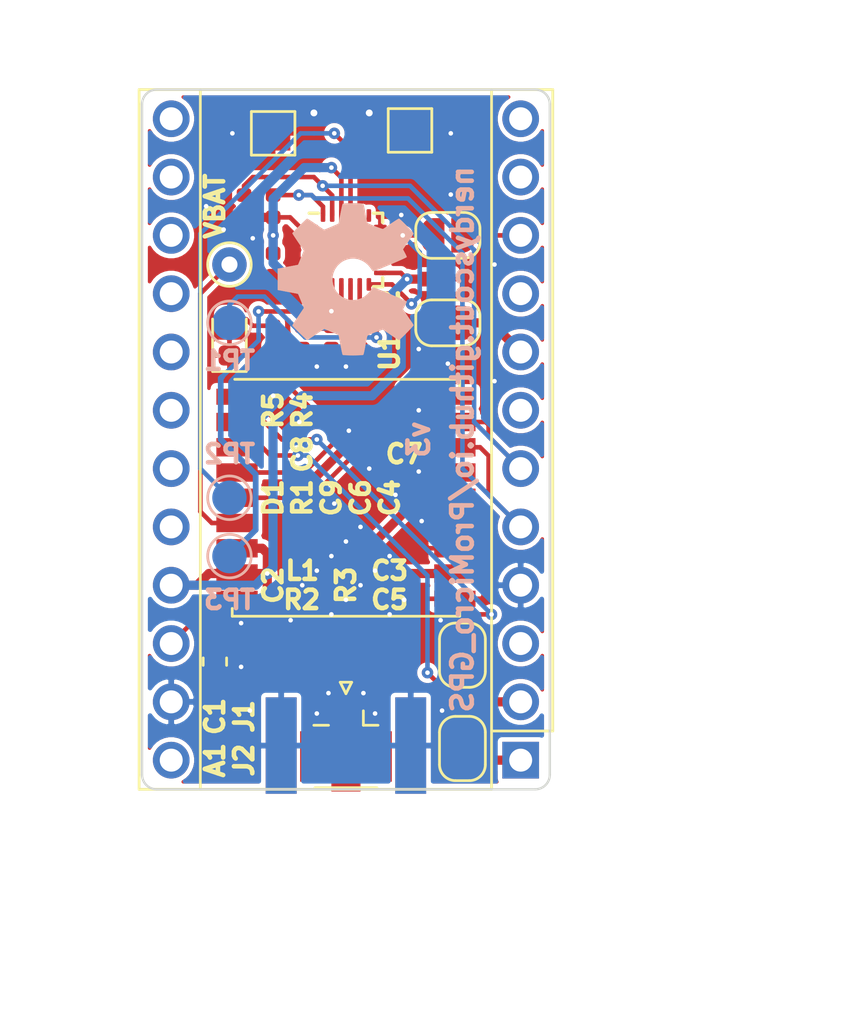
<source format=kicad_pcb>
(kicad_pcb (version 20171130) (host pcbnew 5.1.5)
  (title_block (title ProMicro_GPS) (date 2020-08-14) (rev v3.1) (company https://twitter.com/nerdyscout84) (comment 1 "CERN Open Hardware Licence v1.2"))
  (layers (0 F.Cu mixed) (31 B.Cu mixed) (34 B.Paste user) (35 F.Paste user) (36 B.SilkS user hide) (37 F.SilkS user hide) (38 B.Mask user) (39 F.Mask user) (44 Edge.Cuts user))
  (net 0 "")
  (net 1 GND)
  (net 2 +3V3)
  (net 3 "Net-(C3-Pad1)")
  (net 4 "Net-(L1-Pad1)")
  (net 5 "Net-(R2-Pad2)")
  (net 6 Reset)
  (net 7 "Net-(D1-Pad2)")
  (net 8 D7)
  (net 9 D5)
  (net 10 D3)
  (net 11 D2)
  (net 12 D0)
  (net 13 D1)
  (net 14 "Net-(C4-Pad1)")
  (net 15 "Net-(C5-Pad1)")
  (net 16 "Net-(R1-Pad2)")
  (net 17 "Net-(TP1-Pad1)")
  (net 18 "Net-(TP2-Pad1)")
  (net 19 "Net-(TP3-Pad1)")
  (net 20 "Net-(JP3-Pad2)")
  (net 21 "Net-(JP4-Pad1)")
  (net 22 "Net-(TP6-Pad1)")
  (net 23 "Net-(JP1-Pad1)")
  (net 24 "Net-(JP2-Pad1)")
  (module Symbol:OSHW-Symbol_6.7x6mm_SilkScreen (layer B.Cu) (at 144.78 80.645 270)
    (fp_text reference LOGO1 hide)
    (fp_text value Logo_Open_Hardware_Small hide)
  )
  (module Module:Sparkfun_Pro_Micro (layer F.Cu) (at 152.4 101.6 180)
    (fp_text reference A1 (at 13.335 0 90) (layer F.SilkS) (effects (font (size 0.8 0.8) (thickness 0.2))))
    (fp_text value Sparkfun_Pro_Micro_3V3 hide)
    (pad 24 thru_hole oval (at 15.24 0 180) (size 1.6 1.6) (drill 1) (layers *.Cu *.Mask))
    (pad 23 thru_hole oval (at 15.24 2.54 180) (size 1.6 1.6) (drill 1) (layers *.Cu *.Mask) (net 1 GND))
    (pad 22 thru_hole oval (at 15.24 5.08 180) (size 1.6 1.6) (drill 1) (layers *.Cu *.Mask) (net 6 Reset))
    (pad 12 thru_hole oval (at 0 27.94 180) (size 1.6 1.6) (drill 1) (layers *.Cu *.Mask))
    (pad 21 thru_hole oval (at 15.24 7.62 180) (size 1.6 1.6) (drill 1) (layers *.Cu *.Mask) (net 2 +3V3))
    (pad 11 thru_hole oval (at 0 25.4 180) (size 1.6 1.6) (drill 1) (layers *.Cu *.Mask))
    (pad 20 thru_hole oval (at 15.24 10.16 180) (size 1.6 1.6) (drill 1) (layers *.Cu *.Mask))
    (pad 10 thru_hole oval (at 0 22.86 180) (size 1.6 1.6) (drill 1) (layers *.Cu *.Mask) (net 8 D7))
    (pad 19 thru_hole oval (at 15.24 12.7 180) (size 1.6 1.6) (drill 1) (layers *.Cu *.Mask))
    (pad 9 thru_hole oval (at 0 20.32 180) (size 1.6 1.6) (drill 1) (layers *.Cu *.Mask))
    (pad 18 thru_hole oval (at 15.24 15.24 180) (size 1.6 1.6) (drill 1) (layers *.Cu *.Mask))
    (pad 8 thru_hole oval (at 0 17.78 180) (size 1.6 1.6) (drill 1) (layers *.Cu *.Mask) (net 9 D5))
    (pad 17 thru_hole oval (at 15.24 17.78 180) (size 1.6 1.6) (drill 1) (layers *.Cu *.Mask))
    (pad 7 thru_hole oval (at 0 15.24 180) (size 1.6 1.6) (drill 1) (layers *.Cu *.Mask))
    (pad 16 thru_hole oval (at 15.24 20.32 180) (size 1.6 1.6) (drill 1) (layers *.Cu *.Mask))
    (pad 6 thru_hole oval (at 0 12.7 180) (size 1.6 1.6) (drill 1) (layers *.Cu *.Mask) (net 10 D3))
    (pad 15 thru_hole oval (at 15.24 22.86 180) (size 1.6 1.6) (drill 1) (layers *.Cu *.Mask))
    (pad 5 thru_hole oval (at 0 10.16 180) (size 1.6 1.6) (drill 1) (layers *.Cu *.Mask) (net 11 D2))
    (pad 14 thru_hole oval (at 15.24 25.4 180) (size 1.6 1.6) (drill 1) (layers *.Cu *.Mask))
    (pad 4 thru_hole oval (at 0 7.62 180) (size 1.6 1.6) (drill 1) (layers *.Cu *.Mask) (net 1 GND))
    (pad 13 thru_hole oval (at 15.24 27.94 180) (size 1.6 1.6) (drill 1) (layers *.Cu *.Mask))
    (pad 3 thru_hole oval (at 0 5.08 180) (size 1.6 1.6) (drill 1) (layers *.Cu *.Mask))
    (pad 2 thru_hole oval (at 0 2.54 180) (size 1.6 1.6) (drill 1) (layers *.Cu *.Mask) (net 12 D0))
    (pad 1 thru_hole rect (at 0 0 180) (size 1.6 1.6) (drill 1) (layers *.Cu *.Mask) (net 13 D1))
  )
  (module Capacitor_SMD:C_0402_1005Metric (layer F.Cu) (at 142.875 83.185 270)
    (fp_text reference C9 (at 6.985 -1.27 270) (layer F.SilkS) (effects (font (size 0.8 0.8) (thickness 0.2))))
    (fp_text value 100n hide)
    (pad 2 smd roundrect (at 0.485 0 270) (size 0.59 0.64) (layers F.Cu F.Paste F.Mask) (net 1 GND))
    (pad 1 smd roundrect (at -0.485 0 270) (size 0.59 0.64) (layers F.Cu F.Paste F.Mask) (net 2 +3V3))
  )
  (module TestPoint:TestPoint_Pad_D1.5mm (layer B.Cu) (at 139.7 92.71)
    (fp_text reference TP3 (at 0 1.905 180) (layer B.SilkS) (effects (font (size 0.8 0.8) (thickness 0.2)) (justify mirror)))
    (fp_text value AUX_SCL)
    (pad 1 smd circle (at 0 0) (size 1.5 1.5) (layers B.Cu B.Mask) (net 19 "Net-(TP3-Pad1)"))
  )
  (module TestPoint:TestPoint_Pad_D1.5mm (layer B.Cu) (at 139.7 90.17)
    (fp_text reference TP2 (at 0 -1.905 180) (layer B.SilkS) (effects (font (size 0.8 0.8) (thickness 0.2)) (justify mirror)))
    (fp_text value AUX_SDA)
    (pad 1 smd circle (at 0 0) (size 1.5 1.5) (layers B.Cu B.Mask) (net 18 "Net-(TP2-Pad1)"))
  )
  (module TestPoint:TestPoint_Pad_D1.5mm (layer B.Cu) (at 139.7 82.55)
    (fp_text reference TP1 (at 0 1.648) (layer B.SilkS) (effects (font (size 0.8 0.8) (thickness 0.2)) (justify mirror)))
    (fp_text value FSYNC)
    (pad 1 smd circle (at 0 0) (size 1.5 1.5) (layers B.Cu B.Mask) (net 17 "Net-(TP1-Pad1)"))
  )
  (module TestPoint:TestPoint_THTPad_D1.5mm_Drill0.7mm (layer F.Cu) (at 139.7 80.01)
    (fp_text reference TP6 hide)
    (fp_text value VBAT (at -0.635 -2.54 90) (layer F.SilkS) (effects (font (size 0.8 0.8) (thickness 0.2))))
    (pad 1 thru_hole circle (at 0 0) (size 1.5 1.5) (drill 0.7) (layers *.Cu *.Mask) (net 22 "Net-(TP6-Pad1)"))
  )
  (module Jumper:SolderJumper-2_P1.3mm_Open_RoundedPad1.0x1.5mm (layer F.Cu) (at 149.225 78.74)
    (fp_text reference JP4 hide)
    (fp_text value SolderJumper_2_Open hide)
    (pad 2 smd custom (at 0.65 0) (size 1 0.5) (layers F.Cu F.Mask) (net 8 D7) (options (clearance outline) (anchor rect)) (primitives (gr_circle (center 0 0.25) (end 0.5 0.25) (width 0)) (gr_circle (center 0 -0.25) (end 0.5 -0.25) (width 0)) (gr_poly (pts (xy 0 -0.75) (xy -0.5 -0.75) (xy -0.5 0.75) (xy 0 0.75)) (width 0))))
    (pad 1 smd custom (at -0.65 0) (size 1 0.5) (layers F.Cu F.Mask) (net 21 "Net-(JP4-Pad1)") (options (clearance outline) (anchor rect)) (primitives (gr_circle (center 0 0.25) (end 0.5 0.25) (width 0)) (gr_circle (center 0 -0.25) (end 0.5 -0.25) (width 0)) (gr_poly (pts (xy 0 -0.75) (xy 0.5 -0.75) (xy 0.5 0.75) (xy 0 0.75)) (width 0))))
  )
  (module Jumper:SolderJumper-2_P1.3mm_Bridged_RoundedPad1.0x1.5mm (layer F.Cu) (at 149.86 97.028 270)
    (fp_text reference JP1 hide)
    (fp_text value Jumper_NC_Small hide)
    (fp_poly (pts (xy 0.25 -0.3) (xy -0.25 -0.3) (xy -0.25 0.3) (xy 0.25 0.3)) (layer F.Cu) (width 0))
    (pad 1 smd custom (at -0.65 0 270) (size 1 0.5) (layers F.Cu F.Mask) (net 23 "Net-(JP1-Pad1)") (options (clearance outline) (anchor rect)) (primitives (gr_circle (center 0 0.25) (end 0.5 0.25) (width 0)) (gr_circle (center 0 -0.25) (end 0.5 -0.25) (width 0)) (gr_poly (pts (xy 0 -0.75) (xy 0.5 -0.75) (xy 0.5 0.75) (xy 0 0.75)) (width 0))))
    (pad 2 smd custom (at 0.65 0 270) (size 1 0.5) (layers F.Cu F.Mask) (net 12 D0) (options (clearance outline) (anchor rect)) (primitives (gr_circle (center 0 0.25) (end 0.5 0.25) (width 0)) (gr_circle (center 0 -0.25) (end 0.5 -0.25) (width 0)) (gr_poly (pts (xy 0 -0.75) (xy -0.5 -0.75) (xy -0.5 0.75) (xy 0 0.75)) (width 0))))
  )
  (module Capacitor_SMD:C_0402_1005Metric (layer F.Cu) (at 141.605 80.01 270)
    (fp_text reference C8 (at 8.255 -1.27 90) (layer F.SilkS) (effects (font (size 0.8 0.8) (thickness 0.2))))
    (fp_text value 100n hide)
    (pad 2 smd roundrect (at 0.485 0 270) (size 0.59 0.64) (layers F.Cu F.Paste F.Mask) (net 1 GND))
    (pad 1 smd roundrect (at -0.485 0 270) (size 0.59 0.64) (layers F.Cu F.Paste F.Mask) (net 2 +3V3))
  )
  (module Resistor_SMD:R_0402_1005Metric (layer F.Cu) (at 141.605 77.47 90)
    (fp_text reference R4 (at -8.89 1.27 90) (layer F.SilkS) (effects (font (size 0.8 0.8) (thickness 0.2))))
    (fp_text value 4k7 hide)
    (pad 2 smd roundrect (at 0.485 0 90) (size 0.59 0.64) (layers F.Cu F.Paste F.Mask) (net 11 D2))
    (pad 1 smd roundrect (at -0.485 0 90) (size 0.59 0.64) (layers F.Cu F.Paste F.Mask) (net 2 +3V3))
  )
  (module Capacitor_SMD:C_0402_1005Metric (layer F.Cu) (at 148.717 80.645)
    (fp_text reference C7 (at -1.397 7.62) (layer F.SilkS) (effects (font (size 0.8 0.8) (thickness 0.2))))
    (fp_text value 100n hide)
    (pad 2 smd roundrect (at 0.485 0) (size 0.59 0.64) (layers F.Cu F.Paste F.Mask) (net 1 GND))
    (pad 1 smd roundrect (at -0.485 0) (size 0.59 0.64) (layers F.Cu F.Paste F.Mask) (net 2 +3V3))
  )
  (module Capacitor_SMD:C_0402_1005Metric (layer F.Cu) (at 141.097 97.005 270)
    (fp_text reference C2 (at -3.025 -0.508 90) (layer F.SilkS) (effects (font (size 0.8 0.8) (thickness 0.2))))
    (fp_text value 100n hide)
    (pad 2 smd roundrect (at 0.485 0 270) (size 0.59 0.64) (layers F.Cu F.Paste F.Mask) (net 1 GND))
    (pad 1 smd roundrect (at -0.485 0 270) (size 0.59 0.64) (layers F.Cu F.Paste F.Mask) (net 2 +3V3))
  )
  (module Jumper:SolderJumper-2_P1.3mm_Open_RoundedPad1.0x1.5mm (layer F.Cu) (at 149.225 82.55 180)
    (fp_text reference JP3 hide)
    (fp_text value SolderJumper_2_Open hide)
    (pad 2 smd custom (at 0.65 0 180) (size 1 0.5) (layers F.Cu F.Mask) (net 20 "Net-(JP3-Pad2)") (options (clearance outline) (anchor rect)) (primitives (gr_circle (center 0 0.25) (end 0.5 0.25) (width 0)) (gr_circle (center 0 -0.25) (end 0.5 -0.25) (width 0)) (gr_poly (pts (xy 0 -0.75) (xy -0.5 -0.75) (xy -0.5 0.75) (xy 0 0.75)) (width 0))))
    (pad 1 smd custom (at -0.65 0 180) (size 1 0.5) (layers F.Cu F.Mask) (net 9 D5) (options (clearance outline) (anchor rect)) (primitives (gr_circle (center 0 0.25) (end 0.5 0.25) (width 0)) (gr_circle (center 0 -0.25) (end 0.5 -0.25) (width 0)) (gr_poly (pts (xy 0 -0.75) (xy 0.5 -0.75) (xy 0.5 0.75) (xy 0 0.75)) (width 0))))
  )
  (module TestPoint:TestPoint_Pad_1.5x1.5mm (layer F.Cu) (at 147.574 74.168 90)
    (fp_text reference TP5 hide)
    (fp_text value TestPoint hide)
    (pad 1 smd rect (at 0 0 90) (size 1.5 1.5) (layers F.Cu F.Mask) (net 1 GND))
  )
  (module TestPoint:TestPoint_Pad_1.5x1.5mm (layer F.Cu) (at 141.605 74.295)
    (fp_text reference TP4 hide)
    (fp_text value TestPoint hide)
    (pad 1 smd rect (at 0 0) (size 1.5 1.5) (layers F.Cu F.Mask) (net 1 GND))
  )
  (module Resistor_SMD:R_0402_1005Metric (layer F.Cu) (at 140.335 77.47 90)
    (fp_text reference R5 (at -8.89 1.27 270) (layer F.SilkS) (effects (font (size 0.8 0.8) (thickness 0.2))))
    (fp_text value 4k7 hide)
    (pad 2 smd roundrect (at 0.485 0 90) (size 0.59 0.64) (layers F.Cu F.Paste F.Mask) (net 10 D3))
    (pad 1 smd roundrect (at -0.485 0 90) (size 0.59 0.64) (layers F.Cu F.Paste F.Mask) (net 2 +3V3))
  )
  (module Capacitor_SMD:C_0402_1005Metric (layer F.Cu) (at 144.145 83.185 270)
    (fp_text reference C6 (at 6.985 -1.27 270) (layer F.SilkS) (effects (font (size 0.8 0.8) (thickness 0.2))))
    (fp_text value 10n hide)
    (pad 2 smd roundrect (at 0.485 0 270) (size 0.59 0.64) (layers F.Cu F.Paste F.Mask) (net 1 GND))
    (pad 1 smd roundrect (at -0.485 0 270) (size 0.59 0.64) (layers F.Cu F.Paste F.Mask) (net 2 +3V3))
  )
  (module Capacitor_SMD:C_0402_1005Metric (layer F.Cu) (at 145.415 83.185 270)
    (fp_text reference C4 (at 6.985 -1.27 270) (layer F.SilkS) (effects (font (size 0.8 0.8) (thickness 0.2))))
    (fp_text value 100n hide)
    (pad 2 smd roundrect (at 0.485 0 270) (size 0.59 0.64) (layers F.Cu F.Paste F.Mask) (net 1 GND))
    (pad 1 smd roundrect (at -0.485 0 270) (size 0.59 0.64) (layers F.Cu F.Paste F.Mask) (net 14 "Net-(C4-Pad1)"))
  )
  (module Sensor_Motion:InvenSense_QFN-24_3x3mm_P0.4mm (layer F.Cu) (at 144.78 79.375)
    (fp_text reference U2 (at 1.905 2.54 270) (layer F.SilkS) (effects (font (size 0.8 0.8) (thickness 0.2))))
    (fp_text value MPU-9250 hide)
    (pad 24 smd roundrect (at -1 -1.5 90) (size 0.55 0.2) (layers F.Cu F.Paste F.Mask) (net 11 D2))
    (pad 23 smd roundrect (at -0.6 -1.5 90) (size 0.55 0.2) (layers F.Cu F.Paste F.Mask) (net 10 D3))
    (pad 22 smd roundrect (at -0.2 -1.5 90) (size 0.55 0.2) (layers F.Cu F.Paste F.Mask) (net 2 +3V3))
    (pad 21 smd roundrect (at 0.2 -1.5 90) (size 0.55 0.2) (layers F.Cu F.Paste F.Mask) (net 18 "Net-(TP2-Pad1)"))
    (pad 20 smd roundrect (at 0.6 -1.5 90) (size 0.55 0.2) (layers F.Cu F.Paste F.Mask) (net 1 GND))
    (pad 19 smd roundrect (at 1 -1.5 90) (size 0.55 0.2) (layers F.Cu F.Paste F.Mask))
    (pad 18 smd roundrect (at 1.5 -1) (size 0.55 0.2) (layers F.Cu F.Paste F.Mask) (net 1 GND))
    (pad 17 smd roundrect (at 1.5 -0.6) (size 0.55 0.2) (layers F.Cu F.Paste F.Mask))
    (pad 16 smd roundrect (at 1.5 -0.2) (size 0.55 0.2) (layers F.Cu F.Paste F.Mask))
    (pad 15 smd roundrect (at 1.5 0.2) (size 0.55 0.2) (layers F.Cu F.Paste F.Mask))
    (pad 14 smd roundrect (at 1.5 0.6) (size 0.55 0.2) (layers F.Cu F.Paste F.Mask))
    (pad 13 smd roundrect (at 1.5 1) (size 0.55 0.2) (layers F.Cu F.Paste F.Mask) (net 2 +3V3))
    (pad 12 smd roundrect (at 1 1.5 90) (size 0.55 0.2) (layers F.Cu F.Paste F.Mask) (net 21 "Net-(JP4-Pad1)"))
    (pad 11 smd roundrect (at 0.6 1.5 90) (size 0.55 0.2) (layers F.Cu F.Paste F.Mask) (net 17 "Net-(TP1-Pad1)"))
    (pad 10 smd roundrect (at 0.2 1.5 90) (size 0.55 0.2) (layers F.Cu F.Paste F.Mask) (net 14 "Net-(C4-Pad1)"))
    (pad 9 smd roundrect (at -0.2 1.5 90) (size 0.55 0.2) (layers F.Cu F.Paste F.Mask) (net 2 +3V3))
    (pad 8 smd roundrect (at -0.6 1.5 90) (size 0.55 0.2) (layers F.Cu F.Paste F.Mask) (net 2 +3V3))
    (pad 7 smd roundrect (at -1 1.5 90) (size 0.55 0.2) (layers F.Cu F.Paste F.Mask) (net 19 "Net-(TP3-Pad1)"))
    (pad 6 smd roundrect (at -1.5 1) (size 0.55 0.2) (layers F.Cu F.Paste F.Mask))
    (pad 5 smd roundrect (at -1.5 0.6) (size 0.55 0.2) (layers F.Cu F.Paste F.Mask))
    (pad 4 smd roundrect (at -1.5 0.2) (size 0.55 0.2) (layers F.Cu F.Paste F.Mask))
    (pad 3 smd roundrect (at -1.5 -0.2) (size 0.55 0.2) (layers F.Cu F.Paste F.Mask))
    (pad 2 smd roundrect (at -1.5 -0.6) (size 0.55 0.2) (layers F.Cu F.Paste F.Mask))
    (pad 1 smd roundrect (at -1.5 -1) (size 0.55 0.2) (layers F.Cu F.Paste F.Mask) (net 2 +3V3))
  )
  (module Jumper:SolderJumper-2_P1.3mm_Open_RoundedPad1.0x1.5mm (layer F.Cu) (at 149.86 101.092 270)
    (fp_text reference JP2 hide)
    (fp_text value Jumper_NO_Small hide)
    (pad 2 smd custom (at 0.65 0 270) (size 1 0.5) (layers F.Cu F.Mask) (net 13 D1) (options (clearance outline) (anchor rect)) (primitives (gr_circle (center 0 0.25) (end 0.5 0.25) (width 0)) (gr_circle (center 0 -0.25) (end 0.5 -0.25) (width 0)) (gr_poly (pts (xy 0 -0.75) (xy -0.5 -0.75) (xy -0.5 0.75) (xy 0 0.75)) (width 0))))
    (pad 1 smd custom (at -0.65 0 270) (size 1 0.5) (layers F.Cu F.Mask) (net 24 "Net-(JP2-Pad1)") (options (clearance outline) (anchor rect)) (primitives (gr_circle (center 0 0.25) (end 0.5 0.25) (width 0)) (gr_circle (center 0 -0.25) (end 0.5 -0.25) (width 0)) (gr_poly (pts (xy 0 -0.75) (xy 0.5 -0.75) (xy 0.5 0.75) (xy 0 0.75)) (width 0))))
  )
  (module Connector_Coaxial:U.FL_Hirose_U.FL-R-SMT-1_Vertical (layer F.Cu) (at 144.78 100.965 270)
    (fp_text reference J1 (at -1.27 4.445 90) (layer F.SilkS) (effects (font (size 0.8 0.8) (thickness 0.2))))
    (fp_text value uFL)
    (pad 2 smd rect (at 0.475 -1.475 270) (size 2.2 1.05) (layers F.Cu F.Paste F.Mask) (net 1 GND))
    (pad 1 smd rect (at -1.05 0 270) (size 1.05 1) (layers F.Cu F.Paste F.Mask) (net 15 "Net-(C5-Pad1)"))
    (pad 2 smd rect (at 0.475 1.475 270) (size 2.2 1.05) (layers F.Cu F.Paste F.Mask) (net 1 GND))
  )
  (module Resistor_SMD:R_0402_1005Metric (layer F.Cu) (at 141.605 83.185 270)
    (fp_text reference R1 (at 6.985 -1.27 90) (layer F.SilkS) (effects (font (size 0.8 0.8) (thickness 0.2))))
    (fp_text value 1k hide)
    (pad 2 smd roundrect (at 0.485 0 270) (size 0.59 0.64) (layers F.Cu F.Paste F.Mask) (net 16 "Net-(R1-Pad2)"))
    (pad 1 smd roundrect (at -0.485 0 270) (size 0.59 0.64) (layers F.Cu F.Paste F.Mask) (net 7 "Net-(D1-Pad2)"))
  )
  (module LED_SMD:LED_0603_1608Metric (layer F.Cu) (at 139.7 83.185 90)
    (fp_text reference D1 (at -6.985 1.905 270) (layer F.SilkS) (effects (font (size 0.8 0.8) (thickness 0.2))))
    (fp_text value LED hide)
    (pad 2 smd roundrect (at 0.7875 0 90) (size 0.875 0.95) (layers F.Cu F.Paste F.Mask) (net 7 "Net-(D1-Pad2)"))
    (pad 1 smd roundrect (at -0.7875 0 90) (size 0.875 0.95) (layers F.Cu F.Paste F.Mask) (net 1 GND))
  )
  (module Capacitor_SMD:C_0603_1608Metric (layer F.Cu) (at 139.065 97.3075 270)
    (fp_text reference C1 (at 2.3875 0 90) (layer F.SilkS) (effects (font (size 0.8 0.8) (thickness 0.2))))
    (fp_text value 4,7µ hide)
    (pad 2 smd roundrect (at 0.7875 0 270) (size 0.875 0.95) (layers F.Cu F.Paste F.Mask) (net 1 GND))
    (pad 1 smd roundrect (at -0.7875 0 270) (size 0.875 0.95) (layers F.Cu F.Paste F.Mask) (net 2 +3V3))
  )
  (module Resistor_SMD:R_0402_1005Metric (layer F.Cu) (at 142.875 96.52)
    (fp_text reference R2 (at -0.023 -1.905) (layer F.SilkS) (effects (font (size 0.8 0.8) (thickness 0.2))))
    (fp_text value 10 hide)
    (pad 2 smd roundrect (at 0.485 0) (size 0.59 0.64) (layers F.Cu F.Paste F.Mask) (net 5 "Net-(R2-Pad2)"))
    (pad 1 smd roundrect (at -0.485 0) (size 0.59 0.64) (layers F.Cu F.Paste F.Mask) (net 4 "Net-(L1-Pad1)"))
  )
  (module Inductor_SMD:L_0402_1005Metric (layer F.Cu) (at 142.875 97.79)
    (fp_text reference L1 (at 0 -4.445) (layer F.SilkS) (effects (font (size 0.8 0.8) (thickness 0.2))))
    (fp_text value 27n hide)
    (pad 2 smd roundrect (at 0.485 0) (size 0.59 0.64) (layers F.Cu F.Paste F.Mask) (net 15 "Net-(C5-Pad1)"))
    (pad 1 smd roundrect (at -0.485 0) (size 0.59 0.64) (layers F.Cu F.Paste F.Mask) (net 4 "Net-(L1-Pad1)"))
  )
  (module Resistor_SMD:R_0402_1005Metric (layer F.Cu) (at 144.78 97.155 90)
    (fp_text reference R3 (at 3.175 0 90) (layer F.SilkS) (effects (font (size 0.8 0.8) (thickness 0.2))))
    (fp_text value 0 hide)
    (pad 2 smd roundrect (at 0.485 0 90) (size 0.59 0.64) (layers F.Cu F.Paste F.Mask) (net 3 "Net-(C3-Pad1)"))
    (pad 1 smd roundrect (at -0.485 0 90) (size 0.59 0.64) (layers F.Cu F.Paste F.Mask) (net 15 "Net-(C5-Pad1)"))
  )
  (module Capacitor_SMD:C_0402_1005Metric (layer F.Cu) (at 146.685 97.79)
    (fp_text reference C5 (at 0 -3.175 180) (layer F.SilkS) (effects (font (size 0.8 0.8) (thickness 0.2))))
    (fp_text value DNP hide)
    (pad 2 smd roundrect (at 0.485 0) (size 0.59 0.64) (layers F.Cu F.Paste F.Mask) (net 1 GND))
    (pad 1 smd roundrect (at -0.485 0) (size 0.59 0.64) (layers F.Cu F.Paste F.Mask) (net 15 "Net-(C5-Pad1)"))
  )
  (module Capacitor_SMD:C_0402_1005Metric (layer F.Cu) (at 146.685 96.52)
    (fp_text reference C3 (at 0 -3.175 180) (layer F.SilkS) (effects (font (size 0.8 0.8) (thickness 0.2))))
    (fp_text value DNP hide)
    (pad 2 smd roundrect (at 0.485 0) (size 0.59 0.64) (layers F.Cu F.Paste F.Mask) (net 1 GND))
    (pad 1 smd roundrect (at -0.485 0) (size 0.59 0.64) (layers F.Cu F.Paste F.Mask) (net 3 "Net-(C3-Pad1)"))
  )
  (module Connector_Coaxial:SMA_Samtec_SMA-J-P-H-ST-EM1_EdgeMount (layer F.Cu) (at 144.78 100.965 270)
    (fp_text reference J2 (at 0.635 4.445 90) (layer F.SilkS) (effects (font (size 0.8 0.8) (thickness 0.2))))
    (fp_text value Coax)
    (pad 1 smd rect (at 0.2 0) (size 1.27 3.6) (layers F.Cu F.Paste F.Mask) (net 15 "Net-(C5-Pad1)"))
    (pad 2 smd rect (at 0 -2.825) (size 1.35 4.2) (layers F.Cu F.Paste F.Mask) (net 1 GND))
    (pad 2 smd rect (at 0 2.825) (size 1.35 4.2) (layers F.Cu F.Paste F.Mask) (net 1 GND))
    (pad 2 smd rect (at 0 -2.825) (size 1.35 4.2) (layers B.Cu B.Paste B.Mask) (net 1 GND))
    (pad 2 smd rect (at 0 2.825) (size 1.35 4.2) (layers B.Cu B.Paste B.Mask) (net 1 GND))
  )
  (module RF_GPS:ublox_MAX (layer F.Cu) (at 144.78 90.17)
    (fp_text reference U1 (at 1.905 -6.35 90 unlocked) (layer F.SilkS) (effects (font (size 0.8 0.8) (thickness 0.2))))
    (fp_text value SIM28ML)
    (pad 1 smd rect (at -4.75 -4.4) (size 1.8 0.7) (layers F.Cu F.Paste F.Mask) (net 1 GND))
    (pad 2 smd rect (at -4.75 -3.3) (size 1.8 0.8) (layers F.Cu F.Paste F.Mask) (net 23 "Net-(JP1-Pad1)"))
    (pad 3 smd rect (at -4.75 -2.2) (size 1.8 0.8) (layers F.Cu F.Paste F.Mask) (net 24 "Net-(JP2-Pad1)"))
    (pad 4 smd rect (at -4.75 -1.1) (size 1.8 0.8) (layers F.Cu F.Paste F.Mask) (net 16 "Net-(R1-Pad2)"))
    (pad 5 smd rect (at -4.75 0) (size 1.8 0.8) (layers F.Cu F.Paste F.Mask) (net 20 "Net-(JP3-Pad2)"))
    (pad 6 smd rect (at -4.75 1.1) (size 1.8 0.8) (layers F.Cu F.Paste F.Mask) (net 22 "Net-(TP6-Pad1)"))
    (pad 7 smd rect (at -4.75 2.2) (size 1.8 0.8) (layers F.Cu F.Paste F.Mask) (net 2 +3V3))
    (pad 8 smd rect (at -4.75 3.3) (size 1.8 0.8) (layers F.Cu F.Paste F.Mask) (net 2 +3V3))
    (pad 9 smd rect (at -4.75 4.4) (size 1.8 0.7) (layers F.Cu F.Paste F.Mask) (net 6 Reset))
    (pad 10 smd rect (at 4.75 4.4) (size 1.8 0.7) (layers F.Cu F.Paste F.Mask) (net 1 GND))
    (pad 11 smd rect (at 4.75 3.3) (size 1.8 0.8) (layers F.Cu F.Paste F.Mask) (net 3 "Net-(C3-Pad1)"))
    (pad 12 smd rect (at 4.75 2.2) (size 1.8 0.8) (layers F.Cu F.Paste F.Mask) (net 1 GND))
    (pad 13 smd rect (at 4.75 1.1) (size 1.8 0.8) (layers F.Cu F.Paste F.Mask))
    (pad 14 smd rect (at 4.75 0) (size 1.8 0.8) (layers F.Cu F.Paste F.Mask) (net 5 "Net-(R2-Pad2)"))
    (pad 15 smd rect (at 4.75 -1.1) (size 1.8 0.8) (layers F.Cu F.Paste F.Mask))
    (pad 16 smd rect (at 4.75 -2.2) (size 1.8 0.8) (layers F.Cu F.Paste F.Mask) (net 11 D2))
    (pad 17 smd rect (at 4.75 -3.3) (size 1.8 0.8) (layers F.Cu F.Paste F.Mask) (net 10 D3))
    (pad 18 smd rect (at 4.75 -4.4) (size 1.8 0.7) (layers F.Cu F.Paste F.Mask))
  )
  (gr_line (start 153.67 73.025) (end 153.67 102.235) (layer Edge.Cuts) (width 0.1))
  (gr_text v3 (at 147.955 87.63 90) (layer B.SilkS) (effects (font (size 0.9 0.9) (thickness 0.2)) (justify mirror)))
  (gr_text nerdyscout.github.io/ProMicro_GPS (at 149.86 87.63 90) (layer B.SilkS) (effects (font (size 0.9 0.9) (thickness 0.2)) (justify mirror)))
  (gr_arc (start 136.525 102.235) (end 135.89 102.235) (angle -90) (layer Edge.Cuts) (width 0.1))
  (gr_arc (start 136.525 73.025) (end 136.525 72.39) (angle -90) (layer Edge.Cuts) (width 0.1))
  (gr_arc (start 153.035 73.025) (end 153.67 73.025) (angle -90) (layer Edge.Cuts) (width 0.1))
  (gr_arc (start 153.035 102.235) (end 153.035 102.87) (angle -90) (layer Edge.Cuts) (width 0.1))
  (gr_line (start 136.525 72.39) (end 153.035 72.39) (layer Edge.Cuts) (width 0.1))
  (gr_line (start 135.89 102.235) (end 135.89 73.025) (layer Edge.Cuts) (width 0.1))
  (gr_line (start 153.035 102.87) (end 136.525 102.87) (layer Edge.Cuts) (width 0.1))
  (via (at 144.018 98.679) (size 0.5) (drill 0.2) (layers F.Cu B.Cu) (net 1))
  (via (at 145.542 98.679) (size 0.5) (drill 0.2) (layers F.Cu B.Cu) (net 1))
  (via (at 146.05 99.568) (size 0.5) (drill 0.2) (layers F.Cu B.Cu) (net 1))
  (via (at 145.796 73.406) (size 0.6) (drill 0.3) (layers F.Cu B.Cu) (net 1))
  (via (at 143.51 99.568) (size 0.5) (drill 0.2) (layers F.Cu B.Cu) (net 1))
  (via (at 140.716 78.867) (size 0.5) (drill 0.2) (layers F.Cu B.Cu) (net 1))
  (via (at 147.193 77.851) (size 0.5) (drill 0.2) (layers F.Cu B.Cu) (net 1))
  (via (at 148.082 91.186) (size 0.5) (drill 0.2) (layers F.Cu B.Cu) (net 1))
  (via (at 144.145 95.25) (size 0.5) (drill 0.2) (layers F.Cu B.Cu) (net 1))
  (via (at 142.367 95.504) (size 0.5) (drill 0.2) (layers F.Cu B.Cu) (net 1))
  (via (at 140.208 97.536) (size 0.5) (drill 0.2) (layers F.Cu B.Cu) (net 1))
  (via (at 144.272 90.424) (size 0.5) (drill 0.2) (layers F.Cu B.Cu) (net 1))
  (via (at 145.415 91.44) (size 0.5) (drill 0.2) (layers F.Cu B.Cu) (net 1))
  (via (at 149.225 84.328) (size 0.5) (drill 0.2) (layers F.Cu B.Cu) (net 1))
  (via (at 151.257 85.09) (size 0.5) (drill 0.2) (layers F.Cu B.Cu) (net 1))
  (via (at 146.939 90.043) (size 0.5) (drill 0.2) (layers F.Cu B.Cu) (net 1))
  (via (at 145.796 88.9) (size 0.5) (drill 0.2) (layers F.Cu B.Cu) (net 1))
  (via (at 146.685 92.71) (size 0.5) (drill 0.2) (layers F.Cu B.Cu) (net 1))
  (via (at 143.51 84.455) (size 0.5) (drill 0.2) (layers F.Cu B.Cu) (net 1))
  (via (at 144.78 84.455) (size 0.5) (drill 0.2) (layers F.Cu B.Cu) (net 1))
  (via (at 151.257 80.01) (size 0.5) (drill 0.2) (layers F.Cu B.Cu) (net 1))
  (via (at 142.875 93.98) (size 0.5) (drill 0.2) (layers F.Cu B.Cu) (net 1))
  (via (at 144.78 94.615) (size 0.5) (drill 0.2) (layers F.Cu B.Cu) (net 1))
  (via (at 145.415 93.98) (size 0.5) (drill 0.2) (layers F.Cu B.Cu) (net 1))
  (via (at 146.05 93.345) (size 0.5) (drill 0.2) (layers F.Cu B.Cu) (net 1))
  (via (at 144.78 92.075) (size 0.5) (drill 0.2) (layers F.Cu B.Cu) (net 1))
  (via (at 144.145 92.71) (size 0.5) (drill 0.2) (layers F.Cu B.Cu) (net 1))
  (via (at 143.51 93.345) (size 0.5) (drill 0.2) (layers F.Cu B.Cu) (net 1))
  (via (at 146.685 95.25) (size 0.5) (drill 0.2) (layers F.Cu B.Cu) (net 1))
  (via (at 147.32 94.615) (size 0.5) (drill 0.2) (layers F.Cu B.Cu) (net 1))
  (via (at 147.955 89.027) (size 0.5) (drill 0.2) (layers F.Cu B.Cu) (net 1))
  (via (at 148.971 99.441) (size 0.5) (drill 0.2) (layers F.Cu B.Cu) (net 1))
  (via (at 140.589 99.441) (size 0.5) (drill 0.2) (layers F.Cu B.Cu) (net 1))
  (via (at 149.352 74.295) (size 0.5) (drill 0.2) (layers F.Cu B.Cu) (net 1))
  (via (at 139.827 74.295) (size 0.5) (drill 0.2) (layers F.Cu B.Cu) (net 1))
  (via (at 147.955 86.36) (size 0.5) (drill 0.2) (layers F.Cu B.Cu) (net 1))
  (via (at 144.907 87.249) (size 0.5) (drill 0.2) (layers F.Cu B.Cu) (net 1))
  (via (at 147.955 83.693) (size 0.5) (drill 0.2) (layers F.Cu B.Cu) (net 1))
  (via (at 149.352 76.962) (size 0.5) (drill 0.2) (layers F.Cu B.Cu) (net 1))
  (via (at 138.684 77.47) (size 0.5) (drill 0.2) (layers F.Cu B.Cu) (net 1))
  (via (at 140.208 95.631) (size 0.5) (drill 0.2) (layers F.Cu B.Cu) (net 1))
  (via (at 148.9075 95.504) (size 0.5) (drill 0.2) (layers F.Cu B.Cu) (net 1))
  (via (at 143.383 73.406) (size 0.6) (drill 0.3) (layers F.Cu B.Cu) (net 1))
  (via (at 141.605 85.725) (size 0.5) (drill 0.2) (layers F.Cu B.Cu) (net 1))
  (via (at 142.748 86.868) (size 0.5) (drill 0.2) (layers F.Cu B.Cu) (net 1))
  (via (at 139.446 78.486) (size 0.5) (drill 0.2) (layers F.Cu B.Cu) (net 1))
  (segment (start 138.29137 93.98) (end 137.16 93.98) (width 0.4) (layer F.Cu) (net 2))
  (segment (start 140.03 93.47) (end 138.80137 93.47) (width 0.4) (layer F.Cu) (net 2))
  (segment (start 138.80137 93.47) (end 138.29137 93.98) (width 0.4) (layer F.Cu) (net 2))
  (segment (start 144.145 82.023) (end 144.145 82.042) (width 0.2) (layer F.Cu) (net 2))
  (segment (start 144.58 80.875) (end 144.58 81.588) (width 0.2) (layer F.Cu) (net 2))
  (segment (start 144.58 81.588) (end 144.145 82.023) (width 0.2) (layer F.Cu) (net 2))
  (segment (start 141.582 77.955) (end 140.335 77.955) (width 0.4) (layer F.Cu) (net 2))
  (segment (start 141.097 96.52) (end 140.208 96.52) (width 0.4) (layer F.Cu) (net 2))
  (segment (start 140.208 96.52) (end 139.065 96.52) (width 0.4) (layer F.Cu) (net 2))
  (segment (start 142.875 82.7) (end 143.487 82.7) (width 0.4) (layer F.Cu) (net 2))
  (segment (start 144.145 82.7) (end 143.487 82.7) (width 0.4) (layer F.Cu) (net 2))
  (segment (start 142.617051 78.227947) (end 142.367052 77.977948) (width 0.2) (layer F.Cu) (net 2))
  (segment (start 142.764104 78.375) (end 142.617051 78.227947) (width 0.2) (layer F.Cu) (net 2))
  (segment (start 143.28 78.375) (end 142.764104 78.375) (width 0.2) (layer F.Cu) (net 2))
  (segment (start 141.605 77.955) (end 142.344104 77.955) (width 0.2) (layer F.Cu) (net 2))
  (segment (start 142.344104 77.955) (end 142.367052 77.977948) (width 0.2) (layer F.Cu) (net 2))
  (segment (start 144.145 82.042) (end 144.145 82.7) (width 0.4) (layer F.Cu) (net 2))
  (via (at 144.145 82.042) (size 0.5) (drill 0.2) (layers F.Cu B.Cu) (net 2))
  (segment (start 148.232 80.645) (end 147.447 80.645) (width 0.4) (layer F.Cu) (net 2))
  (segment (start 147.177 80.375) (end 147.196997 80.394997) (width 0.2) (layer F.Cu) (net 2))
  (segment (start 147.447 80.645) (end 147.446996 80.644996) (width 0.2) (layer F.Cu) (net 2))
  (segment (start 147.196997 80.394997) (end 147.446996 80.644996) (width 0.2) (layer F.Cu) (net 2))
  (via (at 147.446996 80.644996) (size 0.5) (drill 0.2) (layers F.Cu B.Cu) (net 2))
  (segment (start 146.049992 82.042) (end 144.145 82.042) (width 0.4) (layer B.Cu) (net 2))
  (segment (start 146.28 80.375) (end 147.177 80.375) (width 0.2) (layer F.Cu) (net 2))
  (segment (start 144.18 80.875) (end 144.18 81.499) (width 0.2) (layer F.Cu) (net 2))
  (segment (start 144.145 81.534) (end 144.145 82.042) (width 0.2) (layer F.Cu) (net 2))
  (segment (start 144.18 81.499) (end 144.145 81.534) (width 0.2) (layer F.Cu) (net 2))
  (segment (start 143.7005 82.042) (end 142.367052 80.708552) (width 0.4) (layer B.Cu) (net 2))
  (segment (start 144.145 82.042) (end 143.7005 82.042) (width 0.4) (layer B.Cu) (net 2))
  (via (at 141.605 78.74) (size 0.5) (drill 0.2) (layers F.Cu B.Cu) (net 2))
  (segment (start 141.605 79.525) (end 141.605 78.74) (width 0.4) (layer F.Cu) (net 2))
  (segment (start 141.605 78.74) (end 141.605 77.978) (width 0.4) (layer F.Cu) (net 2))
  (segment (start 141.605 79.9465) (end 141.605 78.74) (width 0.4) (layer B.Cu) (net 2))
  (segment (start 142.367052 80.708552) (end 141.605 79.9465) (width 0.4) (layer B.Cu) (net 2))
  (segment (start 141.605 78.74) (end 141.605 77.142998) (width 0.4) (layer B.Cu) (net 2))
  (segment (start 144.58 77.875) (end 144.58 76.221608) (width 0.2) (layer F.Cu) (net 2))
  (via (at 144.146406 75.788014) (size 0.5) (drill 0.2) (layers F.Cu B.Cu) (net 2))
  (segment (start 143.792853 75.788014) (end 144.146406 75.788014) (width 0.4) (layer B.Cu) (net 2))
  (segment (start 144.58 76.221608) (end 144.396405 76.038013) (width 0.2) (layer F.Cu) (net 2))
  (segment (start 142.959984 75.788014) (end 143.792853 75.788014) (width 0.4) (layer B.Cu) (net 2))
  (segment (start 141.605 77.142998) (end 142.959984 75.788014) (width 0.4) (layer B.Cu) (net 2))
  (segment (start 144.396405 76.038013) (end 144.146406 75.788014) (width 0.2) (layer F.Cu) (net 2))
  (via (at 141.348994 93.47) (size 0.5) (drill 0.2) (layers F.Cu B.Cu) (net 2))
  (segment (start 137.16 93.98) (end 140.838994 93.98) (width 0.4) (layer B.Cu) (net 2))
  (segment (start 140.838994 93.98) (end 141.098995 93.719999) (width 0.4) (layer B.Cu) (net 2))
  (segment (start 141.097 96.52) (end 141.097 96.125) (width 0.4) (layer F.Cu) (net 2))
  (segment (start 141.098995 93.719999) (end 141.348994 93.47) (width 0.4) (layer B.Cu) (net 2))
  (segment (start 141.348994 95.873006) (end 141.348994 93.47) (width 0.4) (layer F.Cu) (net 2))
  (segment (start 141.097 96.125) (end 141.348994 95.873006) (width 0.4) (layer F.Cu) (net 2))
  (segment (start 141.13 92.37) (end 140.03 92.37) (width 0.4) (layer F.Cu) (net 2))
  (segment (start 141.351 92.591) (end 141.13 92.37) (width 0.4) (layer F.Cu) (net 2))
  (segment (start 141.351 93.216) (end 141.351 92.591) (width 0.4) (layer F.Cu) (net 2))
  (segment (start 141.348994 93.218006) (end 141.348994 93.47) (width 0.4) (layer F.Cu) (net 2))
  (segment (start 141.348994 93.47) (end 139.956 93.47) (width 0.4) (layer F.Cu) (net 2))
  (segment (start 146.05 82.042) (end 146.049992 82.042) (width 0.4) (layer B.Cu) (net 2))
  (segment (start 147.446996 80.644996) (end 147.446996 80.645004) (width 0.4) (layer B.Cu) (net 2))
  (segment (start 146.049992 82.042) (end 146.812 82.042) (width 0.4) (layer B.Cu) (net 2))
  (segment (start 146.812 81.279992) (end 147.446996 80.644996) (width 0.4) (layer B.Cu) (net 2))
  (segment (start 146.812 82.042) (end 146.812 81.279992) (width 0.4) (layer B.Cu) (net 2))
  (segment (start 141.598993 93.220001) (end 141.348994 93.47) (width 0.4) (layer B.Cu) (net 2))
  (segment (start 141.598993 87.001007) (end 141.598993 93.220001) (width 0.4) (layer B.Cu) (net 2))
  (segment (start 145.923 85.725) (end 142.875 85.725) (width 0.4) (layer B.Cu) (net 2))
  (segment (start 147.193 84.455) (end 145.923 85.725) (width 0.4) (layer B.Cu) (net 2))
  (segment (start 142.875 85.725) (end 141.598993 87.001007) (width 0.4) (layer B.Cu) (net 2))
  (segment (start 147.193 82.423) (end 147.193 84.455) (width 0.4) (layer B.Cu) (net 2))
  (segment (start 146.812 82.042) (end 147.193 82.423) (width 0.4) (layer B.Cu) (net 2))
  (segment (start 144.78 96.67) (end 144.78 95.885) (width 0.4) (layer F.Cu) (net 3))
  (segment (start 147.195 93.47) (end 144.78 95.885) (width 0.4) (layer F.Cu) (net 3))
  (segment (start 149.53 93.47) (end 147.195 93.47) (width 0.4) (layer F.Cu) (net 3))
  (segment (start 146.2 96.52) (end 145.415 96.52) (width 0.4) (layer F.Cu) (net 3))
  (segment (start 145.265 96.67) (end 145.415 96.52) (width 0.4) (layer F.Cu) (net 3))
  (segment (start 144.78 96.67) (end 145.265 96.67) (width 0.4) (layer F.Cu) (net 3))
  (segment (start 142.39 97.79) (end 142.39 97.305) (width 0.4) (layer F.Cu) (net 4))
  (segment (start 142.39 96.52) (end 142.39 97.305) (width 0.4) (layer F.Cu) (net 4))
  (segment (start 147.955 90.17) (end 149.53 90.17) (width 0.4) (layer F.Cu) (net 5))
  (segment (start 143.36 96.52) (end 143.36 94.765) (width 0.4) (layer F.Cu) (net 5))
  (segment (start 143.36 94.765) (end 147.955 90.17) (width 0.4) (layer F.Cu) (net 5))
  (segment (start 138.176 95.504) (end 137.16 96.52) (width 0.2) (layer F.Cu) (net 6))
  (segment (start 140.03 94.57) (end 139.11 94.57) (width 0.2) (layer F.Cu) (net 6))
  (segment (start 139.11 94.57) (end 138.176 95.504) (width 0.2) (layer F.Cu) (net 6))
  (segment (start 140.716 82.677) (end 141.605 82.677) (width 0.2) (layer F.Cu) (net 7))
  (segment (start 140.4365 82.3975) (end 140.716 82.677) (width 0.2) (layer F.Cu) (net 7))
  (segment (start 139.7 82.3975) (end 140.4365 82.3975) (width 0.2) (layer F.Cu) (net 7))
  (segment (start 149.875 78.74) (end 150.475 78.74) (width 0.2) (layer F.Cu) (net 8))
  (segment (start 150.475 78.74) (end 152.4 78.74) (width 0.2) (layer F.Cu) (net 8))
  (segment (start 149.875 82.55) (end 151.13 82.55) (width 0.4) (layer F.Cu) (net 9))
  (segment (start 151.13 82.55) (end 152.4 83.82) (width 0.4) (layer F.Cu) (net 9))
  (segment (start 151.003 87.503) (end 152.4 88.9) (width 0.2) (layer F.Cu) (net 10))
  (segment (start 151.003 86.995) (end 151.003 87.503) (width 0.2) (layer F.Cu) (net 10))
  (segment (start 149.53 86.87) (end 150.878 86.87) (width 0.2) (layer F.Cu) (net 10))
  (segment (start 150.878 86.87) (end 151.003 86.995) (width 0.2) (layer F.Cu) (net 10))
  (segment (start 150.368 86.868) (end 150.368 79.375) (width 0.2) (layer B.Cu) (net 10))
  (segment (start 144.18 77.875) (end 144.18 76.997002) (width 0.2) (layer F.Cu) (net 10))
  (segment (start 144.013999 76.831001) (end 143.764 76.581002) (width 0.2) (layer F.Cu) (net 10))
  (segment (start 147.574002 76.581002) (end 144.117553 76.581002) (width 0.2) (layer B.Cu) (net 10))
  (segment (start 144.117553 76.581002) (end 143.764 76.581002) (width 0.2) (layer B.Cu) (net 10))
  (segment (start 144.18 76.997002) (end 144.013999 76.831001) (width 0.2) (layer F.Cu) (net 10))
  (segment (start 150.368 79.375) (end 147.574002 76.581002) (width 0.2) (layer B.Cu) (net 10))
  (segment (start 152.4 88.9) (end 150.368 86.868) (width 0.2) (layer B.Cu) (net 10))
  (via (at 143.764 76.581002) (size 0.5) (drill 0.2) (layers F.Cu B.Cu) (net 10))
  (segment (start 143.382998 76.2) (end 143.764 76.581002) (width 0.2) (layer F.Cu) (net 10))
  (segment (start 140.716 76.2) (end 143.382998 76.2) (width 0.2) (layer F.Cu) (net 10))
  (segment (start 140.335 76.985) (end 140.335 76.581) (width 0.2) (layer F.Cu) (net 10))
  (segment (start 140.335 76.581) (end 140.716 76.2) (width 0.2) (layer F.Cu) (net 10))
  (segment (start 151.003 88.343) (end 151.003 90.043) (width 0.2) (layer F.Cu) (net 11))
  (segment (start 151.003 90.043) (end 152.4 91.44) (width 0.2) (layer F.Cu) (net 11))
  (segment (start 149.53 87.97) (end 150.63 87.97) (width 0.2) (layer F.Cu) (net 11))
  (segment (start 150.63 87.97) (end 151.003 88.343) (width 0.2) (layer F.Cu) (net 11))
  (via (at 142.725006 76.985) (size 0.5) (drill 0.2) (layers F.Cu B.Cu) (net 11))
  (segment (start 141.605 76.985) (end 142.725006 76.985) (width 0.2) (layer F.Cu) (net 11))
  (segment (start 143.279 76.985) (end 142.725006 76.985) (width 0.2) (layer F.Cu) (net 11))
  (segment (start 143.78 77.875) (end 143.78 77.486) (width 0.2) (layer F.Cu) (net 11))
  (segment (start 143.78 77.486) (end 143.279 76.985) (width 0.2) (layer F.Cu) (net 11))
  (segment (start 143.279 76.985) (end 142.725006 76.985) (width 0.2) (layer B.Cu) (net 11))
  (segment (start 149.86 88.9) (end 149.86 79.502) (width 0.2) (layer B.Cu) (net 11))
  (segment (start 143.425002 77.131002) (end 143.279 76.985) (width 0.2) (layer B.Cu) (net 11))
  (segment (start 152.4 91.44) (end 149.86 88.9) (width 0.2) (layer B.Cu) (net 11))
  (segment (start 149.86 79.502) (end 147.489002 77.131002) (width 0.2) (layer B.Cu) (net 11))
  (segment (start 147.489002 77.131002) (end 143.425002 77.131002) (width 0.2) (layer B.Cu) (net 11))
  (segment (start 149.86 97.805) (end 149.86 98.425) (width 0.4) (layer F.Cu) (net 12))
  (segment (start 149.86 98.425) (end 150.495 99.06) (width 0.4) (layer F.Cu) (net 12))
  (segment (start 150.495 99.06) (end 152.4 99.06) (width 0.4) (layer F.Cu) (net 12))
  (segment (start 152.4 101.6) (end 149.86 101.6) (width 0.4) (layer F.Cu) (net 13))
  (segment (start 145.415 82.296) (end 145.415 82.677) (width 0.2) (layer F.Cu) (net 14))
  (segment (start 144.98 80.875) (end 144.98 81.861) (width 0.2) (layer F.Cu) (net 14))
  (segment (start 144.98 81.861) (end 145.415 82.296) (width 0.2) (layer F.Cu) (net 14))
  (segment (start 144.78 99.915) (end 144.78 98.425) (width 0.4) (layer F.Cu) (net 15))
  (segment (start 144.78 97.64) (end 144.78 98.425) (width 0.4) (layer F.Cu) (net 15))
  (segment (start 144.78 97.64) (end 144.295 97.64) (width 0.4) (layer F.Cu) (net 15))
  (segment (start 144.295 97.64) (end 144.145 97.79) (width 0.4) (layer F.Cu) (net 15))
  (segment (start 143.36 97.79) (end 144.145 97.79) (width 0.4) (layer F.Cu) (net 15))
  (segment (start 146.2 97.79) (end 145.415 97.79) (width 0.4) (layer F.Cu) (net 15))
  (segment (start 145.265 97.64) (end 145.415 97.79) (width 0.4) (layer F.Cu) (net 15))
  (segment (start 144.78 97.64) (end 145.265 97.64) (width 0.4) (layer F.Cu) (net 15))
  (segment (start 141.605 84.634004) (end 141.605 83.67) (width 0.2) (layer F.Cu) (net 16))
  (segment (start 144.187001 87.216005) (end 141.605 84.634004) (width 0.2) (layer F.Cu) (net 16))
  (segment (start 144.187001 87.841999) (end 144.187001 87.216005) (width 0.2) (layer F.Cu) (net 16))
  (segment (start 142.959 89.07) (end 144.187001 87.841999) (width 0.2) (layer F.Cu) (net 16))
  (segment (start 140.03 89.07) (end 142.959 89.07) (width 0.2) (layer F.Cu) (net 16))
  (segment (start 145.38 81.653447) (end 146.11348 82.386927) (width 0.2) (layer F.Cu) (net 17))
  (via (at 146.11348 83.185) (size 0.5) (drill 0.2) (layers F.Cu B.Cu) (net 17))
  (segment (start 146.11348 82.831447) (end 146.11348 83.185) (width 0.2) (layer F.Cu) (net 17))
  (segment (start 145.38 80.875) (end 145.38 81.653447) (width 0.2) (layer F.Cu) (net 17))
  (segment (start 146.11348 82.386927) (end 146.11348 82.831447) (width 0.2) (layer F.Cu) (net 17))
  (segment (start 145.759927 83.185) (end 146.11348 83.185) (width 0.2) (layer B.Cu) (net 17))
  (segment (start 143.002 83.185) (end 145.759927 83.185) (width 0.2) (layer B.Cu) (net 17))
  (segment (start 141.224 81.407) (end 143.002 83.185) (width 0.2) (layer B.Cu) (net 17))
  (segment (start 140.05867 81.407) (end 141.224 81.407) (width 0.2) (layer B.Cu) (net 17))
  (segment (start 139.7 81.76567) (end 140.05867 81.407) (width 0.2) (layer B.Cu) (net 17))
  (segment (start 139.7 82.55) (end 139.7 81.76567) (width 0.2) (layer B.Cu) (net 17))
  (via (at 144.271992 74.295) (size 0.5) (drill 0.2) (layers F.Cu B.Cu) (net 18))
  (segment (start 144.98 75.003008) (end 144.271992 74.295) (width 0.2) (layer F.Cu) (net 18))
  (segment (start 144.98 77.875) (end 144.98 75.003008) (width 0.2) (layer F.Cu) (net 18))
  (segment (start 142.802878 74.295) (end 143.383 74.295) (width 0.2) (layer B.Cu) (net 18))
  (segment (start 138.43 78.667878) (end 142.802878 74.295) (width 0.2) (layer B.Cu) (net 18))
  (segment (start 143.383 74.295) (end 144.271992 74.295) (width 0.2) (layer B.Cu) (net 18))
  (segment (start 138.43 88.9) (end 138.43 78.667878) (width 0.2) (layer B.Cu) (net 18))
  (segment (start 139.7 90.17) (end 138.43 88.9) (width 0.2) (layer B.Cu) (net 18))
  (via (at 140.97 82.054227) (size 0.5) (drill 0.2) (layers F.Cu B.Cu) (net 19))
  (segment (start 139.3825 84.8995) (end 140.97 83.312) (width 0.2) (layer B.Cu) (net 19))
  (segment (start 140.97 83.312) (end 140.97 82.054227) (width 0.2) (layer B.Cu) (net 19))
  (segment (start 139.7 92.71) (end 140.843 91.567) (width 0.25) (layer B.Cu) (net 19))
  (segment (start 140.843 89.154) (end 139.319 87.63) (width 0.25) (layer B.Cu) (net 19))
  (segment (start 140.843 91.567) (end 140.843 89.154) (width 0.25) (layer B.Cu) (net 19))
  (segment (start 139.319 87.63) (end 139.319 84.963) (width 0.25) (layer B.Cu) (net 19))
  (segment (start 139.319 84.963) (end 139.3825 84.8995) (width 0.25) (layer B.Cu) (net 19))
  (segment (start 141.323553 82.054227) (end 140.97 82.054227) (width 0.2) (layer F.Cu) (net 19))
  (segment (start 142.989773 82.054227) (end 141.323553 82.054227) (width 0.2) (layer F.Cu) (net 19))
  (segment (start 143.78 81.264) (end 142.989773 82.054227) (width 0.2) (layer F.Cu) (net 19))
  (segment (start 143.78 80.875) (end 143.78 81.264) (width 0.2) (layer F.Cu) (net 19))
  (segment (start 148.575 83.962) (end 148.575 82.55) (width 0.2) (layer F.Cu) (net 20))
  (segment (start 147.193 85.344) (end 148.575 83.962) (width 0.2) (layer F.Cu) (net 20))
  (segment (start 147.193 86.233) (end 147.193 85.344) (width 0.2) (layer F.Cu) (net 20))
  (segment (start 143.256 90.17) (end 147.193 86.233) (width 0.2) (layer F.Cu) (net 20))
  (segment (start 140.03 90.17) (end 143.256 90.17) (width 0.2) (layer F.Cu) (net 20))
  (via (at 147.2565 78.74) (size 0.5) (drill 0.2) (layers F.Cu B.Cu) (net 21))
  (segment (start 148.575 78.74) (end 147.2565 78.74) (width 0.2) (layer F.Cu) (net 21))
  (via (at 147.637496 81.7245) (size 0.5) (drill 0.2) (layers F.Cu B.Cu) (net 21))
  (segment (start 147.997006 79.480506) (end 147.997006 81.36499) (width 0.2) (layer B.Cu) (net 21))
  (segment (start 147.2565 78.74) (end 147.997006 79.480506) (width 0.2) (layer B.Cu) (net 21))
  (segment (start 145.78 80.875) (end 146.787996 80.875) (width 0.2) (layer F.Cu) (net 21))
  (segment (start 147.997006 81.36499) (end 147.887495 81.474501) (width 0.2) (layer B.Cu) (net 21))
  (segment (start 147.887495 81.474501) (end 147.637496 81.7245) (width 0.2) (layer B.Cu) (net 21))
  (segment (start 146.787996 80.875) (end 147.387497 81.474501) (width 0.2) (layer F.Cu) (net 21))
  (segment (start 147.387497 81.474501) (end 147.637496 81.7245) (width 0.2) (layer F.Cu) (net 21))
  (segment (start 138.950001 80.759999) (end 139.7 80.01) (width 0.2) (layer F.Cu) (net 22))
  (segment (start 138.43 81.28) (end 138.950001 80.759999) (width 0.2) (layer F.Cu) (net 22))
  (segment (start 138.43 90.77) (end 138.43 81.28) (width 0.2) (layer F.Cu) (net 22))
  (segment (start 140.03 91.27) (end 138.93 91.27) (width 0.2) (layer F.Cu) (net 22))
  (segment (start 138.93 91.27) (end 138.43 90.77) (width 0.2) (layer F.Cu) (net 22))
  (via (at 151.13 95.25) (size 0.5) (drill 0.2) (layers F.Cu B.Cu) (net 23))
  (segment (start 150.495 95.25) (end 151.13 95.25) (width 0.2) (layer F.Cu) (net 23))
  (segment (start 149.86 96.505) (end 149.86 95.885) (width 0.2) (layer F.Cu) (net 23))
  (segment (start 149.86 95.885) (end 150.495 95.25) (width 0.2) (layer F.Cu) (net 23))
  (via (at 143.51 87.63) (size 0.5) (drill 0.2) (layers F.Cu B.Cu) (net 23))
  (segment (start 151.13 95.25) (end 143.51 87.63) (width 0.2) (layer B.Cu) (net 23))
  (segment (start 141.986 87.63) (end 143.51 87.63) (width 0.2) (layer F.Cu) (net 23))
  (segment (start 140.03 86.87) (end 141.226 86.87) (width 0.2) (layer F.Cu) (net 23))
  (segment (start 141.226 86.87) (end 141.986 87.63) (width 0.2) (layer F.Cu) (net 23))
  (via (at 148.336 97.79) (size 0.5) (drill 0.2) (layers F.Cu B.Cu) (net 24))
  (segment (start 148.585999 98.039999) (end 148.336 97.79) (width 0.2) (layer F.Cu) (net 24))
  (segment (start 149.86 100.3) (end 149.86 99.314) (width 0.2) (layer F.Cu) (net 24))
  (segment (start 149.86 99.314) (end 148.585999 98.039999) (width 0.2) (layer F.Cu) (net 24))
  (segment (start 148.336 93.562961) (end 143.101539 88.3285) (width 0.2) (layer B.Cu) (net 24))
  (via (at 142.6845 88.3285) (size 0.5) (drill 0.2) (layers F.Cu B.Cu) (net 24))
  (segment (start 143.101539 88.3285) (end 143.038053 88.3285) (width 0.2) (layer B.Cu) (net 24))
  (segment (start 148.336 97.79) (end 148.336 93.562961) (width 0.2) (layer B.Cu) (net 24))
  (segment (start 143.038053 88.3285) (end 142.6845 88.3285) (width 0.2) (layer B.Cu) (net 24))
  (segment (start 140.03 87.97) (end 141.13 87.97) (width 0.2) (layer F.Cu) (net 24))
  (segment (start 141.13 87.97) (end 141.4885 88.3285) (width 0.2) (layer F.Cu) (net 24))
  (segment (start 141.4885 88.3285) (end 142.330947 88.3285) (width 0.2) (layer F.Cu) (net 24))
  (segment (start 142.330947 88.3285) (end 142.6845 88.3285) (width 0.2) (layer F.Cu) (net 24))
  (zone (net 1) (net_name GND) (layer F.Cu) (connect_pads (clearance 0.2)) (min_thickness 0.15) (fill yes (arc_segments 32) (thermal_gap 0.25) (thermal_bridge_width 0.2))
    (polygon (pts (xy 135.89 72.39) (xy 153.67 72.39) (xy 153.669998 102.87) (xy 135.89 102.87)))
  )
  (zone (net 1) (net_name GND) (layer B.Cu) (connect_pads (clearance 0.2)) (min_thickness 0.2) (fill yes (arc_segments 32) (thermal_gap 0.2) (thermal_bridge_width 0.25))
    (polygon (pts (xy 135.89 72.39) (xy 153.67 72.39) (xy 153.669998 102.87) (xy 135.89 102.87)))
  )
  (zone (net 0) (net_name "") (layer B.Cu) (connect_pads (clearance 0.254)) (min_thickness 0.254)
    (keepout (tracks not_allowed) (vias not_allowed) (copperpour not_allowed))
    (fill (arc_segments 32) (thermal_gap 0.508) (thermal_bridge_width 0.508))
    (polygon (pts (xy 146.685 80.645) (xy 146.05 81.28) (xy 143.51 81.28) (xy 142.875 80.645) (xy 142.875 78.105) (xy 143.51 77.47) (xy 146.05 77.47) (xy 146.685 78.105)))
  )
  (zone (net 0) (net_name "") (layer F.Cu) (connect_pads (clearance 0.2)) (min_thickness 0.15)
    (keepout (tracks allowed) (vias allowed) (copperpour not_allowed))
    (fill (arc_segments 32) (thermal_gap 0.2) (thermal_bridge_width 0.2))
    (polygon (pts (xy 143.51 78.105) (xy 146.05 78.105) (xy 146.05 80.645) (xy 143.51 80.645)))
  )
)
</source>
